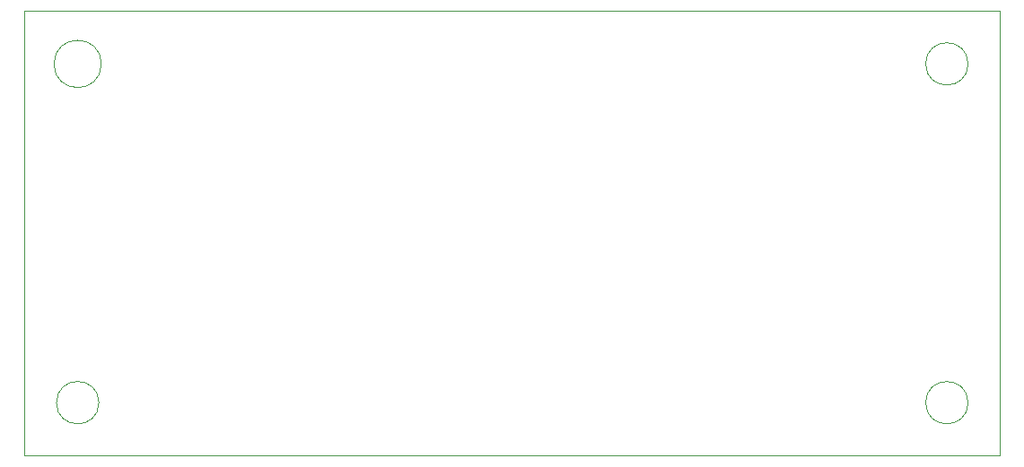
<source format=gbr>
%TF.GenerationSoftware,KiCad,Pcbnew,(5.1.6)-1*%
%TF.CreationDate,2021-04-02T22:19:38+08:00*%
%TF.ProjectId,loadcell1,6c6f6164-6365-46c6-9c31-2e6b69636164,rev?*%
%TF.SameCoordinates,Original*%
%TF.FileFunction,Profile,NP*%
%FSLAX46Y46*%
G04 Gerber Fmt 4.6, Leading zero omitted, Abs format (unit mm)*
G04 Created by KiCad (PCBNEW (5.1.6)-1) date 2021-04-02 22:19:38*
%MOMM*%
%LPD*%
G01*
G04 APERTURE LIST*
%TA.AperFunction,Profile*%
%ADD10C,0.050000*%
%TD*%
G04 APERTURE END LIST*
D10*
X131000000Y-145000000D02*
X136000000Y-145000000D01*
X131000000Y-103000000D02*
X131000000Y-145000000D01*
X223000000Y-103000000D02*
X131000000Y-103000000D01*
X138236068Y-108000000D02*
G75*
G03*
X138236068Y-108000000I-2236068J0D01*
G01*
X138000000Y-140000000D02*
G75*
G03*
X138000000Y-140000000I-2000000J0D01*
G01*
X223000000Y-145000000D02*
X136000000Y-145000000D01*
X220000000Y-140000000D02*
G75*
G03*
X220000000Y-140000000I-2000000J0D01*
G01*
X220000000Y-108000000D02*
G75*
G03*
X220000000Y-108000000I-2000000J0D01*
G01*
X223000000Y-103000000D02*
X223000000Y-145000000D01*
M02*

</source>
